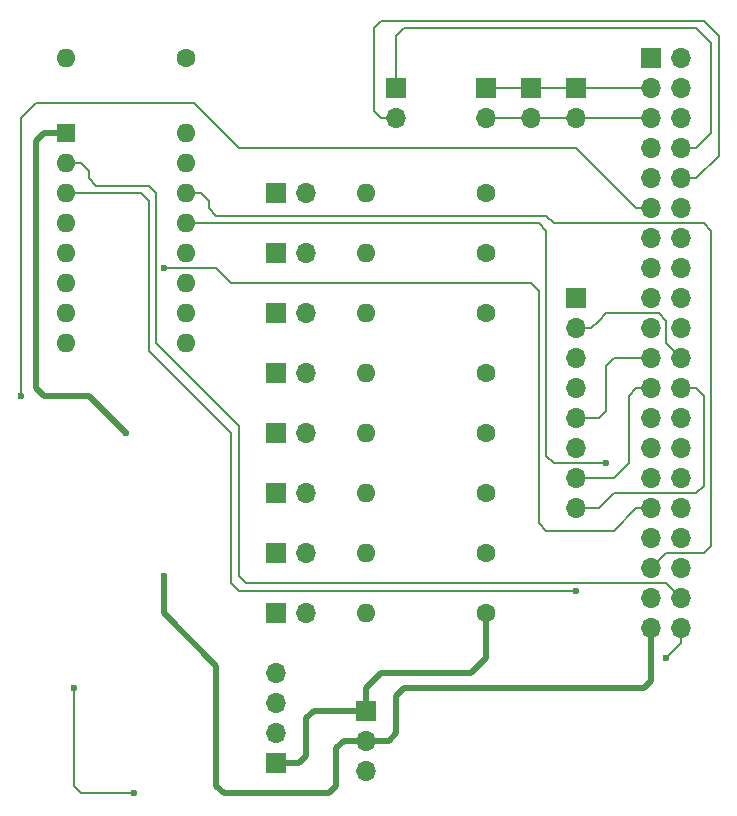
<source format=gbr>
G04 #@! TF.FileFunction,Copper,L2,Bot,Signal*
%FSLAX46Y46*%
G04 Gerber Fmt 4.6, Leading zero omitted, Abs format (unit mm)*
G04 Created by KiCad (PCBNEW 4.0.6) date Thu Nov 23 01:41:39 2017*
%MOMM*%
%LPD*%
G01*
G04 APERTURE LIST*
%ADD10C,0.100000*%
%ADD11R,1.700000X1.700000*%
%ADD12O,1.700000X1.700000*%
%ADD13C,1.600000*%
%ADD14O,1.600000X1.600000*%
%ADD15R,1.600000X1.600000*%
%ADD16C,0.600000*%
%ADD17C,0.500000*%
%ADD18C,0.200000*%
G04 APERTURE END LIST*
D10*
D11*
X148590000Y-151130000D03*
D12*
X148590000Y-148590000D03*
X148590000Y-146050000D03*
X148590000Y-143510000D03*
D11*
X180340000Y-91440000D03*
D12*
X182880000Y-91440000D03*
X180340000Y-93980000D03*
X182880000Y-93980000D03*
X180340000Y-96520000D03*
X182880000Y-96520000D03*
X180340000Y-99060000D03*
X182880000Y-99060000D03*
X180340000Y-101600000D03*
X182880000Y-101600000D03*
X180340000Y-104140000D03*
X182880000Y-104140000D03*
X180340000Y-106680000D03*
X182880000Y-106680000D03*
X180340000Y-109220000D03*
X182880000Y-109220000D03*
X180340000Y-111760000D03*
X182880000Y-111760000D03*
X180340000Y-114300000D03*
X182880000Y-114300000D03*
X180340000Y-116840000D03*
X182880000Y-116840000D03*
X180340000Y-119380000D03*
X182880000Y-119380000D03*
X180340000Y-121920000D03*
X182880000Y-121920000D03*
X180340000Y-124460000D03*
X182880000Y-124460000D03*
X180340000Y-127000000D03*
X182880000Y-127000000D03*
X180340000Y-129540000D03*
X182880000Y-129540000D03*
X180340000Y-132080000D03*
X182880000Y-132080000D03*
X180340000Y-134620000D03*
X182880000Y-134620000D03*
X180340000Y-137160000D03*
X182880000Y-137160000D03*
X180340000Y-139700000D03*
X182880000Y-139700000D03*
D11*
X156210000Y-146685000D03*
D12*
X156210000Y-149225000D03*
X156210000Y-151765000D03*
D11*
X173990000Y-93980000D03*
D12*
X173990000Y-96520000D03*
D11*
X158750000Y-93980000D03*
D12*
X158750000Y-96520000D03*
D11*
X170180000Y-93980000D03*
D12*
X170180000Y-96520000D03*
D11*
X166370000Y-93980000D03*
D12*
X166370000Y-96520000D03*
D11*
X148590000Y-138430000D03*
D12*
X151130000Y-138430000D03*
D11*
X148590000Y-133350000D03*
D12*
X151130000Y-133350000D03*
D11*
X148590000Y-128270000D03*
D12*
X151130000Y-128270000D03*
D11*
X148590000Y-123190000D03*
D12*
X151130000Y-123190000D03*
D11*
X148590000Y-118110000D03*
D12*
X151130000Y-118110000D03*
D11*
X148590000Y-113030000D03*
D12*
X151130000Y-113030000D03*
D11*
X148590000Y-107950000D03*
D12*
X151130000Y-107950000D03*
D11*
X148590000Y-102870000D03*
D12*
X151130000Y-102870000D03*
D13*
X140970000Y-91440000D03*
D14*
X130810000Y-91440000D03*
D13*
X166370000Y-138430000D03*
D14*
X156210000Y-138430000D03*
D13*
X166370000Y-133350000D03*
D14*
X156210000Y-133350000D03*
D13*
X166370000Y-128270000D03*
D14*
X156210000Y-128270000D03*
D13*
X166370000Y-123190000D03*
D14*
X156210000Y-123190000D03*
D13*
X166370000Y-118110000D03*
D14*
X156210000Y-118110000D03*
D13*
X166370000Y-113030000D03*
D14*
X156210000Y-113030000D03*
D13*
X166370000Y-107950000D03*
D14*
X156210000Y-107950000D03*
D13*
X166370000Y-102870000D03*
D14*
X156210000Y-102870000D03*
D11*
X173990000Y-111760000D03*
D12*
X173990000Y-114300000D03*
X173990000Y-116840000D03*
X173990000Y-119380000D03*
X173990000Y-121920000D03*
X173990000Y-124460000D03*
X173990000Y-127000000D03*
X173990000Y-129540000D03*
D15*
X130810000Y-97790000D03*
D14*
X140970000Y-115570000D03*
X130810000Y-100330000D03*
X140970000Y-113030000D03*
X130810000Y-102870000D03*
X140970000Y-110490000D03*
X130810000Y-105410000D03*
X140970000Y-107950000D03*
X130810000Y-107950000D03*
X140970000Y-105410000D03*
X130810000Y-110490000D03*
X140970000Y-102870000D03*
X130810000Y-113030000D03*
X140970000Y-100330000D03*
X130810000Y-115570000D03*
X140970000Y-97790000D03*
D16*
X139065000Y-135255000D03*
X135890000Y-123190000D03*
X127000000Y-120015000D03*
X131445000Y-144780000D03*
X136525000Y-153670000D03*
X176530000Y-125730000D03*
X139065000Y-109220000D03*
X173990000Y-136525000D03*
X181610000Y-142240000D03*
D17*
X156210000Y-146685000D02*
X151765000Y-146685000D01*
X150495000Y-151130000D02*
X148590000Y-151130000D01*
X151130000Y-150495000D02*
X150495000Y-151130000D01*
X151130000Y-147320000D02*
X151130000Y-150495000D01*
X151765000Y-146685000D02*
X151130000Y-147320000D01*
X166370000Y-138430000D02*
X166370000Y-142240000D01*
X156210000Y-144780000D02*
X156210000Y-146685000D01*
X157480000Y-143510000D02*
X156210000Y-144780000D01*
X165100000Y-143510000D02*
X157480000Y-143510000D01*
X166370000Y-142240000D02*
X165100000Y-143510000D01*
D18*
X170180000Y-93980000D02*
X166370000Y-93980000D01*
X173990000Y-93980000D02*
X170180000Y-93980000D01*
X180340000Y-93980000D02*
X173990000Y-93980000D01*
X170180000Y-96520000D02*
X173990000Y-96520000D01*
X170180000Y-96520000D02*
X166370000Y-96520000D01*
X180340000Y-96520000D02*
X173990000Y-96520000D01*
D17*
X156210000Y-149225000D02*
X154305000Y-149225000D01*
X139065000Y-138430000D02*
X139065000Y-135255000D01*
X143510000Y-142875000D02*
X139065000Y-138430000D01*
X143510000Y-153035000D02*
X143510000Y-142875000D01*
X144145000Y-153670000D02*
X143510000Y-153035000D01*
X153035000Y-153670000D02*
X144145000Y-153670000D01*
X153670000Y-153035000D02*
X153035000Y-153670000D01*
X153670000Y-149860000D02*
X153670000Y-153035000D01*
X154305000Y-149225000D02*
X153670000Y-149860000D01*
X180340000Y-139700000D02*
X180340000Y-144145000D01*
X158115000Y-149225000D02*
X156210000Y-149225000D01*
X158750000Y-148590000D02*
X158115000Y-149225000D01*
X158750000Y-145415000D02*
X158750000Y-148590000D01*
X159385000Y-144780000D02*
X158750000Y-145415000D01*
X179705000Y-144780000D02*
X159385000Y-144780000D01*
X180340000Y-144145000D02*
X179705000Y-144780000D01*
X128905000Y-97790000D02*
X130810000Y-97790000D01*
X128270000Y-98425000D02*
X128905000Y-97790000D01*
X128270000Y-119380000D02*
X128270000Y-98425000D01*
X128905000Y-120015000D02*
X128270000Y-119380000D01*
X132715000Y-120015000D02*
X128905000Y-120015000D01*
X135890000Y-123190000D02*
X132715000Y-120015000D01*
D18*
X182880000Y-99060000D02*
X184150000Y-99060000D01*
X158750000Y-89535000D02*
X158750000Y-93980000D01*
X159385000Y-88900000D02*
X158750000Y-89535000D01*
X184150000Y-88900000D02*
X159385000Y-88900000D01*
X185420000Y-90170000D02*
X184150000Y-88900000D01*
X185420000Y-97790000D02*
X185420000Y-90170000D01*
X184150000Y-99060000D02*
X185420000Y-97790000D01*
X182880000Y-101600000D02*
X184150000Y-101600000D01*
X157480000Y-96520000D02*
X158750000Y-96520000D01*
X156845000Y-95885000D02*
X157480000Y-96520000D01*
X156845000Y-88900000D02*
X156845000Y-95885000D01*
X157480000Y-88265000D02*
X156845000Y-88900000D01*
X184785000Y-88265000D02*
X157480000Y-88265000D01*
X186055000Y-89535000D02*
X184785000Y-88265000D01*
X186055000Y-99695000D02*
X186055000Y-89535000D01*
X184150000Y-101600000D02*
X186055000Y-99695000D01*
X179070000Y-104140000D02*
X180340000Y-104140000D01*
X173990000Y-99060000D02*
X179070000Y-104140000D01*
X145415000Y-99060000D02*
X173990000Y-99060000D01*
X141605000Y-95250000D02*
X145415000Y-99060000D01*
X128270000Y-95250000D02*
X141605000Y-95250000D01*
X127000000Y-96520000D02*
X128270000Y-95250000D01*
X127000000Y-120015000D02*
X127000000Y-96520000D01*
X131445000Y-153035000D02*
X131445000Y-144780000D01*
X132080000Y-153670000D02*
X131445000Y-153035000D01*
X136525000Y-153670000D02*
X132080000Y-153670000D01*
X180340000Y-116840000D02*
X178435000Y-116840000D01*
X175895000Y-121920000D02*
X173990000Y-121920000D01*
X176530000Y-121285000D02*
X175895000Y-121920000D01*
X176530000Y-117475000D02*
X176530000Y-121285000D01*
X177165000Y-116840000D02*
X176530000Y-117475000D01*
X178435000Y-116840000D02*
X177165000Y-116840000D01*
X182880000Y-116840000D02*
X181610000Y-115570000D01*
X175260000Y-114300000D02*
X173990000Y-114300000D01*
X175895000Y-113665000D02*
X175260000Y-114300000D01*
X176530000Y-113030000D02*
X175895000Y-113665000D01*
X180975000Y-113030000D02*
X176530000Y-113030000D01*
X181610000Y-113665000D02*
X180975000Y-113030000D01*
X181610000Y-115570000D02*
X181610000Y-113665000D01*
X180340000Y-119380000D02*
X179070000Y-119380000D01*
X177165000Y-127000000D02*
X173990000Y-127000000D01*
X178435000Y-125730000D02*
X177165000Y-127000000D01*
X178435000Y-120015000D02*
X178435000Y-125730000D01*
X179070000Y-119380000D02*
X178435000Y-120015000D01*
X182880000Y-119380000D02*
X184150000Y-119380000D01*
X175895000Y-129540000D02*
X173990000Y-129540000D01*
X177165000Y-128270000D02*
X175895000Y-129540000D01*
X184150000Y-128270000D02*
X177165000Y-128270000D01*
X184785000Y-127635000D02*
X184150000Y-128270000D01*
X184785000Y-120015000D02*
X184785000Y-127635000D01*
X184150000Y-119380000D02*
X184785000Y-120015000D01*
X140970000Y-105410000D02*
X170815000Y-105410000D01*
X172085000Y-125730000D02*
X176530000Y-125730000D01*
X171450000Y-125095000D02*
X172085000Y-125730000D01*
X171450000Y-106045000D02*
X171450000Y-125095000D01*
X170815000Y-105410000D02*
X171450000Y-106045000D01*
X180340000Y-129540000D02*
X179070000Y-129540000D01*
X143510000Y-109220000D02*
X139065000Y-109220000D01*
X144780000Y-110490000D02*
X143510000Y-109220000D01*
X170180000Y-110490000D02*
X144780000Y-110490000D01*
X170815000Y-111125000D02*
X170180000Y-110490000D01*
X170815000Y-130810000D02*
X170815000Y-111125000D01*
X171450000Y-131445000D02*
X170815000Y-130810000D01*
X177165000Y-131445000D02*
X171450000Y-131445000D01*
X179070000Y-129540000D02*
X177165000Y-131445000D01*
X180340000Y-134620000D02*
X181610000Y-133350000D01*
X142240000Y-102870000D02*
X140970000Y-102870000D01*
X142875000Y-103505000D02*
X142240000Y-102870000D01*
X142875000Y-104140000D02*
X142875000Y-103505000D01*
X143510000Y-104775000D02*
X142875000Y-104140000D01*
X171450000Y-104775000D02*
X143510000Y-104775000D01*
X172085000Y-105410000D02*
X171450000Y-104775000D01*
X184785000Y-105410000D02*
X172085000Y-105410000D01*
X185420000Y-106045000D02*
X184785000Y-105410000D01*
X185420000Y-132715000D02*
X185420000Y-106045000D01*
X184785000Y-133350000D02*
X185420000Y-132715000D01*
X181610000Y-133350000D02*
X184785000Y-133350000D01*
X182880000Y-137160000D02*
X181610000Y-135890000D01*
X132080000Y-100330000D02*
X130810000Y-100330000D01*
X132715000Y-100965000D02*
X132080000Y-100330000D01*
X132715000Y-101600000D02*
X132715000Y-100965000D01*
X133350000Y-102235000D02*
X132715000Y-101600000D01*
X137795000Y-102235000D02*
X133350000Y-102235000D01*
X138430000Y-102870000D02*
X137795000Y-102235000D01*
X138430000Y-115570000D02*
X138430000Y-102870000D01*
X145415000Y-122555000D02*
X138430000Y-115570000D01*
X145415000Y-135255000D02*
X145415000Y-122555000D01*
X146050000Y-135890000D02*
X145415000Y-135255000D01*
X181610000Y-135890000D02*
X146050000Y-135890000D01*
X182880000Y-139700000D02*
X182880000Y-140970000D01*
X137160000Y-102870000D02*
X130810000Y-102870000D01*
X137795000Y-103505000D02*
X137160000Y-102870000D01*
X137795000Y-116205000D02*
X137795000Y-103505000D01*
X144780000Y-123190000D02*
X137795000Y-116205000D01*
X144780000Y-135890000D02*
X144780000Y-123190000D01*
X145415000Y-136525000D02*
X144780000Y-135890000D01*
X173990000Y-136525000D02*
X145415000Y-136525000D01*
X182880000Y-140970000D02*
X181610000Y-142240000D01*
M02*

</source>
